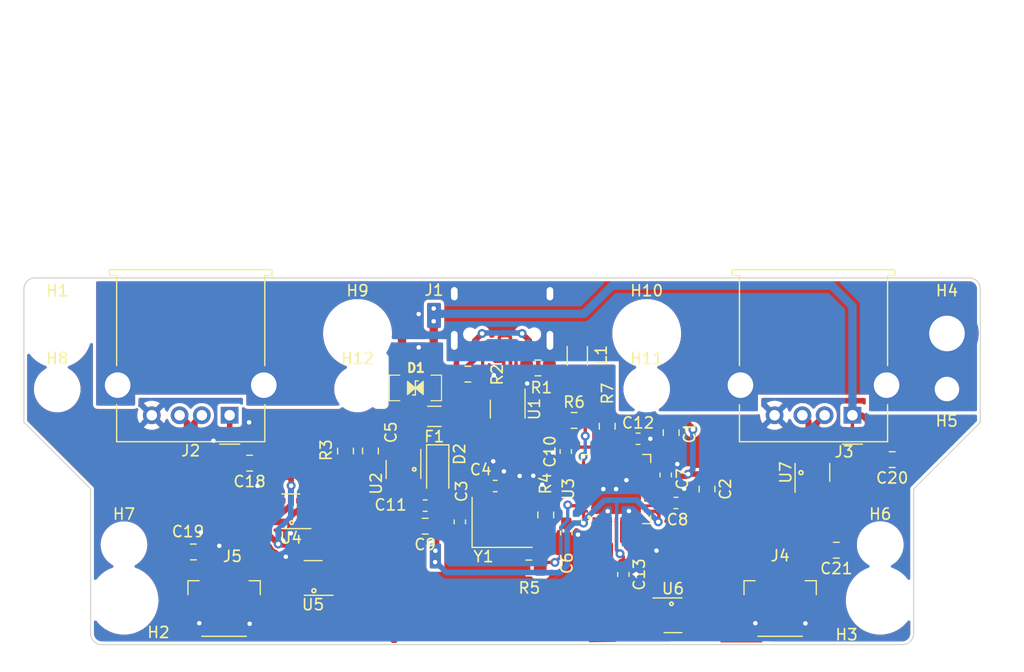
<source format=kicad_pcb>
(kicad_pcb (version 20210126) (generator pcbnew)
  (layers (0 "F.Cu" signal) (31 "B.Cu" signal) (34 "B.Paste" user) (35 "F.Paste" user) (36 "B.SilkS" user "B.Silkscreen") (37 "F.SilkS" user "F.Silkscreen") (38 "B.Mask" user) (39 "F.Mask" user) (44 "Edge.Cuts" user))
  (net 0 "")
  (net 1 "GND")
  (net 2 "+3V3")
  (net 3 "VCC")
  (net 4 "VBUS")
  (net 5 "GNDPWR")
  (net 6 "D1+")
  (net 7 "D1-")
  (net 8 "D2+")
  (net 9 "D2-")
  (net 11 "Net-(R5-Pad2)")
  (net 12 "Net-(R6-Pad2)")
  (net 13 "Net-(R7-Pad2)")
  (net 14 "Net-(C4-Pad2)")
  (net 15 "Net-(J1-PadB5)")
  (net 17 "Net-(J1-PadA5)")
  (net 27 "D4+")
  (net 28 "D4-")
  (net 29 "D3+")
  (net 30 "D3-")
  (net 35 "Net-(C3-Pad2)")
  (net 37 "DUP+")
  (net 38 "DUP-")
  (net 39 "DUPP-")
  (net 40 "DUPP+")
  (net 41 "D1P-")
  (net 42 "D1P+")
  (net 43 "D2P-")
  (net 44 "D2P+")
  (net 45 "D3P-")
  (net 46 "D3P+")
  (net 47 "D4P-")
  (net 48 "D4P+")
  (footprint "MountingHole:MountingHole_2.2mm_M2_ISO7380" (layer "F.Cu") (at -40 7)
    (fp_text reference "H8")
    (fp_text value "MountingHole")
  )
  (footprint "Diode_SMD:D_SOD-123" (layer "F.Cu") (at -5.79 14.27 -90)
    (fp_text reference "D2")
    (fp_text value "1N5819")
  )
  (footprint "Capacitor_SMD:C_0805_2012Metric_Pad1.15x1.40mm_HandSolder" (layer "F.Cu") (at -22.705 13.67 180)
    (fp_text reference "C18")
    (fp_text value "10u")
  )
  (footprint "Package_TO_SOT_SMD:SOT-23-6" (layer "F.Cu") (at -19 18 180)
    (fp_text reference "U4")
    (fp_text value "USBLC6-2SC6")
  )
  (footprint "Capacitor_SMD:C_0603_1608Metric_Pad1.05x0.95mm_HandSolder" (layer "F.Cu") (at 14.71 14.73 90)
    (fp_text reference "C7")
    (fp_text value "100nF")
  )
  (footprint "Inductor_SMD:L_1206_3216Metric" (layer "F.Cu") (at 6.76 4.01 90)
    (fp_text reference "L1")
    (fp_text value "60R@100MHz")
  )
  (footprint "Capacitor_SMD:C_0603_1608Metric_Pad1.05x0.95mm_HandSolder" (layer "F.Cu") (at -6.92 17.49 180)
    (fp_text reference "C11")
    (fp_text value "100nF")
  )
  (footprint "Connector_USB:USB_A_Molex_67643_Horizontal" (layer "F.Cu") (at -24.5 9.36 180)
    (fp_text reference "J2")
    (fp_text value "USB_A")
  )
  (footprint "MountingHole:MountingHole_2.2mm_M2_ISO7380" (layer "F.Cu") (at -13 7)
    (fp_text reference "H12")
    (fp_text value "MountingHole")
  )
  (footprint "MountingHole:MountingHole_2.2mm_M2_ISO7380" (layer "F.Cu") (at -34 21)
    (fp_text reference "H7")
    (fp_text value "MountingHole")
  )
  (footprint "Resistor_SMD:R_0805_2012Metric_Pad1.15x1.40mm_HandSolder" (layer "F.Cu") (at 6.475 9.825)
    (fp_text reference "R6")
    (fp_text value "56k")
  )
  (footprint "Package_TO_SOT_SMD:SOT-23-6" (layer "F.Cu") (at 27.9 14.5 90)
    (fp_text reference "U7")
    (fp_text value "USBLC6-2SC6")
  )
  (footprint "Package_TO_SOT_SMD:SOT-23-6" (layer "F.Cu") (at -17 24 180)
    (fp_text reference "U5")
    (fp_text value "USBLC6-2SC6")
  )
  (footprint "MountingHole:MountingHole_2.2mm_M2_ISO7380" (layer "F.Cu") (at 13 7)
    (fp_text reference "H11")
    (fp_text value "MountingHole")
  )
  (footprint "Capacitor_SMD:C_0805_2012Metric_Pad1.15x1.40mm_HandSolder" (layer "F.Cu") (at -6.92 19.34 180)
    (fp_text reference "C9")
    (fp_text value "1u")
  )
  (footprint "AcheronComponents:D_SOD-123_Bidirectional" (layer "F.Cu") (at -7.8 6.9)
    (fp_text reference "D1")
    (fp_text value "SMF9.0CA")
  )
  (footprint "Capacitor_SMD:C_0805_2012Metric_Pad1.15x1.40mm_HandSolder" (layer "F.Cu") (at -27.76 21.66 180)
    (fp_text reference "C19")
    (fp_text value "10u")
  )
  (footprint "MountingHole:MountingHole_2.2mm_M2_ISO7380" (layer "F.Cu") (at 34 21)
    (fp_text reference "H6")
    (fp_text value "MountingHole")
  )
  (footprint "MountingHole:MountingHole_3.2mm_M3_ISO7380" (layer "F.Cu") (at -13 2)
    (fp_text reference "H9")
    (fp_text value "MountingHole")
  )
  (footprint "Capacitor_SMD:C_0603_1608Metric_Pad1.05x0.95mm_HandSolder" (layer "F.Cu") (at 5.725 12.625 90)
    (fp_text reference "C10")
    (fp_text value "100nF")
  )
  (footprint "Package_DFN_QFN:QFN-36-1EP_6x6mm_P0.5mm_EP3.7x3.7mm" (layer "F.Cu") (at 10.25 16 90)
    (fp_text reference "U3")
    (fp_text value "USB2514B_Bi")
  )
  (footprint "MountingHole:MountingHole_3.2mm_M3_ISO7380" (layer "F.Cu") (at 34 26)
    (fp_text reference "H3")
    (fp_text value "MountingHole")
  )
  (footprint "Crystal:Crystal_SMD_3225-4Pin_3.2x2.5mm_HandSoldering" (layer "F.Cu") (at 0 19)
    (fp_text reference "Y1")
    (fp_text value "Crystal_GND24")
  )
  (footprint "Capacitor_SMD:C_0603_1608Metric_Pad1.05x0.95mm_HandSolder" (layer "F.Cu") (at 15.63 17.25)
    (fp_text reference "C8")
    (fp_text value "100nF")
  )
  (footprint "Capacitor_SMD:C_0603_1608Metric_Pad1.05x0.95mm_HandSolder" (layer "F.Cu") (at 10.9 23.685 -90)
    (fp_text reference "C13")
    (fp_text value "100nF")
  )
  (footprint "Capacitor_SMD:C_0603_1608Metric_Pad1.05x0.95mm_HandSolder" (layer "F.Cu") (at 5.775 19.95 -90)
    (fp_text reference "C6")
    (fp_text value "100nF")
  )
  (footprint "Fuse:Fuse_1206_3216Metric" (layer "F.Cu") (at -6.1 9.46 180)
    (fp_text reference "F1")
    (fp_text value "ASMD1206-150")
  )
  (footprint "Resistor_SMD:R_0805_2012Metric_Pad1.15x1.40mm_HandSolder" (layer "F.Cu") (at 2.4 23.1)
    (fp_text reference "R5")
    (fp_text value "12k")
  )
  (footprint "AcheronConnectors:SM04B-SRSS-TB(LF)(SN)" (layer "F.Cu") (at 25 25)
    (fp_text reference "J4")
    (fp_text value "SM04B-SRSS-TB(LF)(SN)")
  )
  (footprint "MountingHole:MountingHole_3.2mm_M3_ISO7380_Pad" (layer "F.Cu") (at 40 2)
    (fp_text reference "H4")
    (fp_text value "MountingHole_Pad")
  )
  (footprint "Package_TO_SOT_SMD:SOT-23-6" (layer "F.Cu") (at 15.3625 27.36)
    (fp_text reference "U6")
    (fp_text value "USBLC6-2SC6")
  )
  (footprint "Connector_USB:USB_A_Molex_67643_Horizontal" (layer "F.Cu") (at 31.5 9.36 180)
    (fp_text reference "J3")
    (fp_text value "USB_A")
  )
  (footprint "MountingHole:MountingHole_2.2mm_M2_ISO7380_Pad" (layer "F.Cu") (at 40 7)
    (fp_text reference "H5")
    (fp_text value "MountingHole_Pad")
  )
  (footprint "Capacitor_SMD:C_0805_2012Metric_Pad1.15x1.40mm_HandSolder" (layer "F.Cu") (at 15.2 10.925 -90)
    (fp_text reference "C1")
    (fp_text value "10u")
  )
  (footprint "Capacitor_SMD:C_0603_1608Metric_Pad1.05x0.95mm_HandSolder" (layer "F.Cu") (at 12.225 11.475)
    (fp_text reference "C12")
    (fp_text value "100nF")
  )
  (footprint "MountingHole:MountingHole_3.2mm_M3_ISO7380" (layer "F.Cu") (at -40 2)
    (fp_text reference "H1")
    (fp_text value "MountingHole")
  )
  (footprint "AcheronConnectors:TYPE-C-31-M-12" (layer "F.Cu") (at 0 4.1225 180)
    (fp_text reference "J1")
    (fp_text value "TYPE-C-31-M12_13")
  )
  (footprint "Resistor_SMD:R_0805_2012Metric_Pad1.15x1.40mm_HandSolder" (layer "F.Cu") (at -3.08 5.66 180)
    (fp_text reference "R2")
    (fp_text value "5.1k")
  )
  (footprint "Package_TO_SOT_SMD:SOT-23-5" (layer "F.Cu") (at -8.87 14.24 -90)
    (fp_text reference "U2")
    (fp_text value "AP2112K-3.3")
  )
  (footprint "Capacitor_SMD:C_0603_1608Metric_Pad1.05x0.95mm_HandSolder" (layer "F.Cu") (at -0.625 15.725)
    (fp_text reference "C4")
    (fp_text value "18pF")
  )
  (footprint "MountingHole:MountingHole_3.2mm_M3_ISO7380" (layer "F.Cu") (at 13 2)
    (fp_text reference "H10")
    (fp_text value "MountingHole")
  )
  (footprint "Capacitor_SMD:C_0603_1608Metric_Pad1.05x0.95mm_HandSolder" (layer "F.Cu") (at -3.8 18.95 -90)
    (fp_text reference "C3")
    (fp_text value "18pF")
  )
  (footprint "Capacitor_SMD:C_0805_2012Metric_Pad1.15x1.40mm_HandSolder" (layer "F.Cu") (at 35.075 13.35 180)
    (fp_text reference "C20")
    (fp_text value "10u")
  )
  (footprint "Capacitor_SMD:C_0805_2012Metric_Pad1.15x1.40mm_HandSolder" (layer "F.Cu") (at 30.05 21.5 180)
    (fp_text reference "C21")
    (fp_text value "10u")
  )
  (footprint "Resistor_SMD:R_0805_2012Metric_Pad1.15x1.40mm_HandSolder" (layer "F.Cu") (at 3.225 5.1)
    (fp_text reference "R1")
    (fp_text value "5.1k")
  )
  (footprint "Package_TO_SOT_SMD:SOT-23-6" (layer "F.Cu") (at 0.5 8.8 -90)
    (fp_text reference "U1")
    (fp_text value "USBLC6-2SC6")
  )
  (footprint "Resistor_SMD:R_0805_2012Metric_Pad1.15x1.40mm_HandSolder" (layer "F.Cu") (at -14.08 12.58 -90)
    (fp_text reference "R3")
    (fp_text value "100k")
  )
  (footprint "Capacitor_SMD:C_0805_2012Metric_Pad1.15x1.40mm_HandSolder" (layer "F.Cu") (at -11.84 12.57 -90)
    (fp_text reference "C5")
    (fp_text value "1u")
  )
  (footprint "AcheronConnectors:SM04B-SRSS-TB(LF)(SN)" (layer "F.Cu") (at -25 25)
    (fp_text reference "J5")
    (fp_text value "SM04B-SRSS-TB(LF)(SN)")
  )
  (footprint "MountingHole:MountingHole_3.2mm_M3_ISO7380" (layer "F.Cu") (at -34 26)
    (fp_text reference "H2")
    (fp_text value "MountingHole")
  )
  (footprint "Capacitor_SMD:C_0805_2012Metric_Pad1.15x1.40mm_HandSolder" (layer "F.Cu") (at 18.425 16 -90)
    (fp_text reference "C2")
    (fp_text value "10u")
  )
  (footprint "Resistor_SMD:R_0805_2012Metric_Pad1.15x1.40mm_HandSolder" (layer "F.Cu") (at 9.45 10.35 -90)
    (fp_text reference "R7")
    (fp_text value "56k")
  )
  (footprint "Resistor_SMD:R_0805_2012Metric_Pad1.15x1.40mm_HandSolder" (layer "F.Cu") (at 3.925 18.325 90)
    (fp_text reference "R4")
    (fp_text value "1M")
  )
  (gr_circle (center -18.925 19.025) (end -18.95 18.875) (layer "F.SilkS") (width 0.15) (fill none))
  (gr_circle (center 26.875 14.525) (end 26.85 14.35) (layer "F.SilkS") (width 0.15) (fill none))
  (gr_circle (center -16.925 25.15) (end -16.925 24.975) (layer "F.SilkS") (width 0.15) (fill none))
  (gr_circle (center 15.225 26.325) (end 15.2 26.175) (layer "F.SilkS") (width 0.15) (fill none))
  (gr_circle (center -7.9 14.225) (end -7.9 14.075) (layer "F.SilkS") (width 0.15) (fill none))
  (gr_circle (center 7.825 18.525) (end 7.8 18.425) (layer "F.SilkS") (width 0.15) (fill none))
  (gr_arc (start -42 -2) (end -43 -2) (angle 90) (layer "Edge.Cuts") (width 0.1))
  (gr_arc (start 42 -2) (end 43 -2) (angle -90) (layer "Edge.Cuts") (width 0.1))
  (gr_line (start 42 -3) (end -42 -3) (layer "Edge.Cuts") (width 0.1))
  (gr_line (start -37 16) (end -37 29) (layer "Edge.Cuts") (width 0.1))
  (gr_line (start -43 -2) (end -43 10) (layer "Edge.Cuts") (width 0.1))
  (gr_arc (start -36 29) (end -36 30) (angle 90) (layer "Edge.Cuts") (width 0.1))
  (gr_line (start 37 16) (end 37 29) (layer "Edge.Cuts") (width 0.1))
  (gr_line (start 43 10) (end 37 16) (layer "Edge.Cuts") (width 0.1))
  (gr_arc (start 36 29) (end 37 29) (angle 90) (layer "Edge.Cuts") (width 0.1))
  (gr_line (start 36 30) (end -36 30) (layer "Edge.Cuts") (width 0.1))
  (gr_line (start -43 10) (end -37 16) (layer "Edge.Cuts") (width 0.1))
  (gr_line (start 43 -2) (end 43 10) (layer "Edge.Cuts") (width 0.1))
  (segment (start 10.425 16) (end 11.65 17.225) (width 0.3) (layer "F.Cu") (net 1))
  (segment (start 10.25 16) (end 10.425 16) (width 0.3) (layer "F.Cu") (net 1))
  (segment (start 10.25 16) (end 10.25 15.45) (width 0.5) (layer "F.Cu") (net 1))
  (segment (start -19.07258 19.90742) (end -19 19.98) (width 0.5) (layer "F.Cu") (net 1))
  (segment (start 10.25 17.25) (end 9.5 18) (width 0.3) (layer "F.Cu") (net 1))
  (segment (start 10.25 16.827759) (end 11.402166 17.979925) (width 0.3) (layer "F.Cu") (net 1))
  (segment (start -18.525 18) (end -19.07258 18.54758) (width 0.5) (layer "F.Cu") (net 1))
  (segment (start -17.8625 18) (end -18.525 18) (width 0.5) (layer "F.Cu") (net 1))
  (segment (start 10.25 16) (end 10.25 16.827759) (width 0.3) (layer "F.Cu") (net 1))
  (segment (start 10.25 15.45) (end 10.3 15.4) (width 0.5) (layer "F.Cu") (net 1))
  (segment (start 10.25 16) (end 10.25 17.25) (width 0.3) (layer "F.Cu") (net 1))
  (segment (start -19.07258 18.54758) (end -19.07258 19.90742) (width 0.5) (layer "F.Cu") (net 1))
  (via (at 11.402166 17.979925) (size 0.8) (drill 0.4) (layers "F.Cu" "B.Cu") (net 1))
  (via (at -22.7 28.12) (size 0.8) (drill 0.4) (layers "F.Cu" "B.Cu") (net 1))
  (via (at -19.45 22.09) (size 0.8) (drill 0.4) (layers "F.Cu" "B.Cu") (net 1))
  (via (at 3.6 15.6) (size 0.8) (drill 0.4) (layers "F.Cu" "B.Cu") (net 1))
  (via (at 10.25 16) (size 0.8) (drill 0.4) (layers "F.Cu" "B.Cu") (net 1))
  (via (at 9.5 18) (size 0.8) (drill 0.4) (layers "F.Cu" "B.Cu") (net 1))
  (via (at 22.77 28.07) (size 0.8) (drill 0.4) (layers "F.Cu" "B.Cu") (net 1))
  (via (at -0.75 5.75) (size 0.8) (drill 0.4) (layers "F.Cu" "B.Cu") (net 1))
  (via (at 2.25 6.5) (size 0.8) (drill 0.4) (layers "F.Cu" "B.Cu") (net 1))
  (via (at -27.1 19.9) (size 0.8) (drill 0.4) (layers "F.Cu" "B.Cu") (net 1))
  (via (at -27.23 28.07) (size 0.8) (drill 0.4) (layers "F.Cu" "B.Cu") (net 1))
  (via (at -19 19.98) (size 0.8) (drill 0.4) (layers "F.Cu" "B.Cu") (net 1))
  (via (at 6.825 20.1) (size 0.8) (drill 0.4) (layers "F.Cu" "B.Cu") (net 1))
  (via (at 4.55 12.7) (size 0.8) (drill 0.4) (layers "F.Cu" "B.Cu") (net 1))
  (via (at 15.75 13.75) (size 0.8) (drill 0.4) (layers "F.Cu" "B.Cu") (net 1))
  (via (at 12.05 23.65) (size 0.8) (drill 0.4) (layers "F.Cu" "B.Cu") (net 1))
  (via (at -25.43 21.11) (size 0.8) (drill 0.4) (layers "F.Cu" "B.Cu") (net 1))
  (via (at 16.375 15.975) (size 0.8) (drill 0.4) (layers "F.Cu" "B.Cu") (net 1))
  (via (at 9.1 16) (size 0.8) (drill 0.4) (layers "F.Cu" "B.Cu") (net 1))
  (via (at 13.325 11.475) (size 0.8) (drill 0.4) (layers "F.Cu" "B.Cu") (net 1))
  (via (at -22.75 10) (size 0.8) (drill 0.4) (layers "F.Cu" "B.Cu") (net 1))
  (via (at -0.8 13.5) (size 0.8) (drill 0.4) (layers "F.Cu" "B.Cu") (net 1))
  (via (at -25.96 11.65) (size 0.8) (drill 0.4) (layers "F.Cu" "B.Cu") (net 1))
  (via (at 2.8 14.8) (size 0.8) (drill 0.4) (layers "F.Cu" "B.Cu") (net 1))
  (via (at 11.175 15.2) (size 0.8) (drill 0.4) (layers "F.Cu" "B.Cu") (net 1))
  (via (at 13.88 21.54) (size 0.8) (drill 0.4) (layers "F.Cu" "B.Cu") (net 1))
  (via (at 1.58 14.82) (size 0.8) (drill 0.4) (layers "F.Cu" "B.Cu") (net 1))
  (via (at 0.16 14.41) (size 0.8) (drill 0.4) (layers "F.Cu" "B.Cu") (net 1))
  (via (at -22 15.71) (size 0.8) (drill 0.4) (layers "F.Cu" "B.Cu") (net 1))
  (via (at 27.27 28.09) (size 0.8) (drill 0.4) (layers "F.Cu" "B.Cu") (net 1))
  (via (at -7.5 3.25) (size 0.8) (drill 0.4) (layers "F.Cu" "B.Cu") (net 1))
  (segment (start 10.25 18.9375) (end 10.27862 18.96612) (width 0.3) (layer "F.Cu") (net 2))
  (segment (start 14.71 17.205) (end 14.755 17.25) (width 0.5) (layer "F.Cu") (net 2))
  (segment (start 14.71 15.605) (end 14.71 17.205) (width 0.5) (layer "F.Cu") (net 2))
  (segment (start 14.1 18.89) (end 14.04 18.95) (width 0.3) (layer "F.Cu") (net 2))
  (segment (start 5.725 13.5) (end 5.725 13.35) (width 0.3) (layer "F.Cu") (net 2))
  (segment (start 13.81 18) (end 14.1 18.29) (width 0.3) (layer "F.Cu") (net 2))
  (segment (start 8.25 12.225) (end 8.25 10.925) (width 0.3) (layer "F.Cu") (net 2))
  (segment (start 7.305 19.075) (end 7.32 19.06) (width 0.3) (layer "F.Cu") (net 2))
  (segment (start 10.9 22.81) (end 10.9 22.12) (width 0.3) (layer "F.Cu") (net 2))
  (segment (start 11.35 10) (end 11.7 9.65) (width 0.5) (layer "F.Cu") (net 2))
  (segment (start 10.25 13.0625) (end 10.25 12.375) (width 0.3) (layer "F.Cu") (net 2))
  (segment (start 11.775 9.575) (end 14.7 9.575) (width 0.5) (layer "F.Cu") (net 2))
  (segment (start 5.725 13.525) (end 5.725 13.5) (width 0.3) (layer "F.Cu") (net 2))
  (segment (start 7.3125 14.5) (end 6.739818 14.5) (width 0.3) (layer "F.Cu") (net 2))
  (segment (start -6.045 17.49) (end -6.045 16.175) (width 0.5) (layer "F.Cu") (net 2))
  (segment (start 13.1875 18) (end 13.81 18) (width 0.3) (layer "F.Cu") (net 2))
  (segment (start 16.2 9.575) (end 17.05 10.425) (width 0.5) (layer "F.Cu") (net 2))
  (segment (start 6.314818 14.075) (end 6.275 14.075) (width 0.3) (layer "F.Cu") (net 2))
  (segment (start 15.465 14.85) (end 14.71 15.605) (width 0.5) (layer "F.Cu") (net 2))
  (segment (start 14.39 17.42) (end 13.81 18) (width 0.3) (layer "F.Cu") (net 2))
  (segment (start 17.15 10.525) (end 17.15 10.65) (width 0.5) (layer "F.Cu") (net 2))
  (segment (start 11.35 11.475) (end 11.35 10) (width 0.5) (layer "F.Cu") (net 2))
  (segment (start 13.1875 15.5) (end 14.605 15.5) (width 0.3) (layer "F.Cu") (net 2))
  (segment (start 18.1 14.65) (end 18.425 14.975) (width 0.5) (layer "F.Cu") (net 2))
  (segment (start 8.8 10.375) (end 10.25 10.375) (width 0.3) (layer "F.Cu") (net 2))
  (segment (start 14.605 15.5) (end 14.71 15.605) (width 0.3) (layer "F.Cu") (net 2))
  (segment (start 8.25 13.0625) (end 8.75 13.0625) (width 0.3) (layer "F.Cu") (net 2))
  (segment (start 10.25 10.375) (end 11.35 11.475) (width 0.3) (layer "F.Cu") (net 2))
  (segment (start 7.3125 19.0525) (end 7.32 19.06) (width 0.3) (layer "F.Cu") (net 2))
  (segment (start 5.62 19.075) (end 7.305 19.075) (width 0.3) (layer "F.Cu") (net 2))
  (segment (start -6.3325 15.3775) (end -5.79 15.92) (width 0.5) (layer "F.Cu") (net 2))
  (segment (start 16.725 14.65) (end 18.1 14.65) (width 0.5) (layer "F.Cu") (net 2))
  (segment (start 14.7 9.575) (end 16.2 9.575) (width 0.5) (layer "F.Cu") (net 2))
  (segment (start -7.92 15.3775) (end -6.3325 15.3775) (width 0.5) (layer "F.Cu") (net 2))
  (segment (start -6.045 16.175) (end -5.79 15.92) (width 0.5) (layer "F.Cu") (net 2))
  (segment (start 6.275 14.075) (end 5.725 13.525) (width 0.3) (layer "F.Cu") (net 2))
  (segment (start 16.525 14.85) (end 15.465 14.85) (width 0.5) (layer "F.Cu") (net 2))
  (segment (start 10.27862 18.96612) (end 10.27862 21.41862) (width 0.3) (layer "F.Cu") (net 2))
  (segment (start 8.25 13.0625) (end 8.25 12.225) (width 0.3) (layer "F.Cu") (net 2))
  (segment (start -5.895 19.34) (end -5.895 17.64) (width 0.5) (layer "F.Cu") (net 2))
  (segment (start 8.25 10.925) (end 8.8 10.375) (width 0.3) (layer "F.Cu") (net 2))
  (segment (start 17.05 10.425) (end 17.15 10.525) (width 0.5) (layer "F.Cu") (net 2))
  (segment (start 11.7 9.65) (end 11.775 9.575) (width 0.5) (layer "F.Cu") (net 2))
  (segment (start -5.895 22.73) (end -5.875 22.75) (width 0.5) (layer "F.Cu") (net 2))
  (segment (start 16.725 14.65) (end 16.525 14.85) (width 0.5) (layer "F.Cu") (net 2))
  (segment (start 5.725 13.35) (end 6.85 12.225) (width 0.3) (layer "F.Cu") (net 2))
  (segment (start -5.895 19.34) (end -5.895 22.73) (width 0.5) (layer "F.Cu") (net 2))
  (segment (start 7.3125 18) (end 7.3125 19.0525) (width 0.3) (layer "F.Cu") (net 2))
  (segment (start 11.15 11.475) (end 11.35 11.475) (width 0.3) (layer "F.Cu") (net 2))
  (segment (start -5.895 17.64) (end -6.045 17.49) (width 0.5) (layer "F.Cu") (net 2))
  (segment (start 14.1 18.29) (end 14.1 18.89) (width 0.3) (layer "F.Cu") (net 2))
  (segment (start 10.27862 21.41862) (end 10.54 21.68) (width 0.3) (layer "F.Cu") (net 2))
  (segment (start 10.25 12.375) (end 11.15 11.475) (width 0.3) (layer "F.Cu") (net 2))
  (segment (start 6.85 12.225) (end 8.25 12.225) (width 0.3) (layer "F.Cu") (net 2))
  (segment (start 10.9 22.12) (end 10.6 21.82) (width 0.3) (layer "F.Cu") (net 2))
  (segment (start 6.739818 14.5) (end 6.314818 14.075) (width 0.3) (layer "F.Cu") (net 2))
  (via (at 17.15 10.65) (size 0.8) (drill 0.4) (layers "F.Cu" "B.Cu") (net 2))
  (via (at 14.04 18.95) (size 0.8) (drill 0.4) (layers "F.Cu" "B.Cu") (net 2))
  (via (at 10.6 21.82) (size 0.8) (drill 0.4) (layers "F.Cu" "B.Cu") (net 2))
  (via (at 7.32 19.06) (size 0.8) (drill 0.4) (layers "F.Cu" "B.Cu") (net 2))
  (via (at 16.725 14.65) (size 0.8) (drill 0.4) (layers "F.Cu" "B.Cu") (net 2))
  (via (at -6 21.55) (size 0.8) (drill 0.4) (layers "F.Cu" "B.Cu") (net 2))
  (via (at -6.025 22.575) (size 0.8) (drill 0.4) (layers "F.Cu" "B.Cu") (net 2))
  (segment (start 10.3 17) (end 12.1 17) (width 0.5) (layer "B.Cu") (net 2))
  (segment (start 10.3 20.41) (end 10.29 20.42) (width 0.3) (layer "B.Cu") (net 2))
  (segment (start 7.32 18.88) (end 9.2 17) (width 0.5) (layer "B.Cu") (net 2))
  (segment (start 7.32 19.06) (end 7.32 18.88) (width 0.5) (layer "B.Cu") (net 2))
  (segment (start 10.29 21.51) (end 10.6 21.82) (width 0.3) (layer "B.Cu") (net 2))
  (segment (start 5.85 22.85) (end 5.175 23.525) (width 0.5) (layer "B.Cu") (net 2))
  (segment (start 7.32 19.06) (end 6.44 19.06) (width 0.5) (layer "B.Cu") (net 2))
  (segment (start 10.3 20.41) (end 10.3 17) (width 0.3) (layer "B.Cu") (net 2))
  (segment (start 7.32 19.06) (end 7.34 19.06) (width 0.3) (layer "B.Cu") (net 2))
  (segment (start 5.85 19.65) (end 5.85 22.85) (width 0.5) (layer "B.Cu") (net 2))
  (segment (start 12.1 17) (end 12.1 17.01) (width 0.5) (layer "B.Cu") (net 2))
  (segment (start 17.15 10.65) (end 17.15 14.225) (width 0.5) (layer "B.Cu") (net 2))
  (segment (start -5.025 23.5) (end -5.975 22.55) (width 0.5) (layer "B.Cu") (net 2))
  (segment (start 17.15 14.225) (end 16.725 14.65) (width 0.5) (layer "B.Cu") (net 2))
  (segment (start 3.775 23.525) (end 3.75 23.5) (width 0.5) (layer "B.Cu") (net 2))
  (segment (start 5.175 23.525) (end 3.775 23.525) (width 0.5) (layer "B.Cu") (net 2))
  (segment (start 12.1 17.01) (end 14.04 18.95) (width 0.5) (layer "B.Cu") (net 2))
  (segment (start 3.75 23.5) (end -5.025 23.5) (width 0.5) (layer "B.Cu") (net 2))
  (segment (start 10.29 20.42) (end 10.29 21.51) (width 0.3) (layer "B.Cu") (net 2))
  (segment (start 6.44 19.06) (end 5.85 19.65) (width 0.5) (layer "B.Cu") (net 2))
  (segment (start 9.2 17) (end 10.3 17) (width 0.5) (layer "B.Cu") (net 2))
  (segment (start -8.28 14.27) (end -7.92 13.91) (width 0.5) (layer "F.Cu") (net 3))
  (segment (start 16.5 27.36) (end 16.04 27.36) (width 0.3) (layer "F.Cu") (net 3))
  (segment (start 19.475 29.375) (end 19.75 29.65) (width 0.3) (layer "F.Cu") (net 3))
  (segment (start -20.135 20.945) (end -20.06 21.02) (width 0.5) (layer "F.Cu") (net 3))
  (segment (start -16.795 11.555) (end -14.08 11.555) (width 0.5) (layer "F.Cu") (net 3))
  (segment (start -7.5 8.25) (end -6.15 6.9) (width 0.75) (layer "F.Cu") (net 3))
  (segment (start -9.82 13.89) (end -9.44 14.27) (width 0.5) (layer "F.Cu") (net 3))
  (segment (start -11.85 11.555) (end -11.84 11.545) (width 0.5) (layer "F.Cu") (net 3))
  (segment (start -9.82 12.17) (end -10.445 11.545) (width 0.5) (layer "F.Cu") (net 3))
  (segment (start -7.5 9.46) (end -7.5 8.25) (width 0.75) (layer "F.Cu") (net 3))
  (segment (start 32.725 9.725) (end 32.36 9.36) (width 0.5) (layer "F.Cu") (net 3))
  (segment (start 36.35 17.125) (end 36.35 11.05) (width 0.5) (layer "F.Cu") (net 3))
  (segment (start 31.649979 23.225021) (end 31.649979 19.800021) (width 0.5) (layer "F.Cu") (net 3))
  (segment (start 24.75 28.175) (end 24.75 26.75) (width 0.3) (layer "F.Cu") (net 3))
  (segment (start -20.1375 18) (end -19.59 18) (width 0.5) (layer "F.Cu") (net 3))
  (segment (start 19.75 29.65) (end 23.275 29.65) (width 0.3) (layer "F.Cu") (net 3))
  (segment (start 27.9 13.975) (end 28.375 14.45) (width 0.3) (layer "F.Cu") (net 3))
  (segment (start 28.125 26.75) (end 31.649979 23.225021) (width 0.5) (layer "F.Cu") (net 3))
  (segment (start 27.9 13.3625) (end 27.9 13.975) (width 0.3) (layer "F.Cu") (net 3))
  (segment (start -26.5 24.225) (end -26.5 20.91) (width 0.5) (layer "F.Cu") (net 3))
  (segment (start -9.82 13.1025) (end -9.82 13.89) (width 0.5) (layer "F.Cu") (net 3))
  (segment (start -18.97 17.38) (end -18.97 15.7) (width 0.5) (layer "F.Cu") (net 3))
  (segment (start 16.04 27.36) (end 15.35 28.05) (width 0.3) (layer "F.Cu") (net 3))
  (segment (start -9.44 14.27) (end -8.28 14.27) (width 0.5) (layer "F.Cu") (net 3))
  (segment (start -14.08 11.555) (end -11.85 11.555) (width 0.5) (layer "F.Cu") (net 3))
  (segment (start 23.5 25.5) (end 24.75 26.75) (width 0.5) (layer "F.Cu") (net 3))
  (segment (start -6.15 0.9) (end -6.15 0.23) (width 0.75) (layer "F.Cu") (net 3))
  (segment (start 35.025 9.725) (end 33.9 9.725) (width 0.5) (layer "F.Cu") (net 3))
  (segment (start 30.925 14.45) (end 31.5 13.875) (width 0.3) (layer "F.Cu") (net 3))
  (segment (start -25.37 19.78) (end -21.3 19.78) (width 0.5) (layer "F.Cu") (net 3))
  (segment (start -17 23.38) (end -17 22.2) (width 0.3) (layer "F.Cu") (net 3))
  (segment (start -7.68 12.62) (end -7.92 12.38) (width 0.5) (layer "F.Cu") (net 3))
  (segment (start 15.7 29.375) (end 19.475 29.375) (width 0.3) (layer "F.Cu") (net 3))
  (segment (start 23.5 24.225) (end 23.5 25.5) (width 0.5) (layer "F.Cu") (net 3))
  (segment (start -18.18 21.02) (end -17 22.2) (width 0.5) (layer "F.Cu") (net 3))
  (segment (start 15.35 29.025) (end 15.7 29.375) (width 0.3) (layer "F.Cu") (net 3))
  (segment (start 35.175 18.3) (end 36.35 17.125) (width 0.5) (layer "F.Cu") (net 3))
  (segment (start -7.92 12.38) (end -7.92 9.88) (width 0.5) (layer "F.Cu") (net 3))
  (segment (start 35.025 9.725) (end 32.725 9.725) (width 0.5) (layer "F.Cu") (net 3))
  (segment (start 15.35 28.05) (end 15.35 29.025) (width 0.3) (layer "F.Cu") (net 3))
  (segment (start -7.92 9.88) (end -7.5 9.46) (width 0.5) (layer "F.Cu") (net 3))
  (segment (start -20.77 14.93) (end -18.97 14.93) (width 0.5) (layer "F.Cu") (net 3))
  (segment (start -9.82 13.1025) (end -9.82 12.17) (width 0.5) (layer "F.Cu") (net 3))
  (segment (start -6.15 6.9) (end -6.15 0.9) (width 0.75) (layer "F.Cu") (net 3))
  (segment (start -18.97 15.7) (end -18.97 14.93) (width 0.5) (layer "F.Cu") (net 3))
  (segment (start -7.92 13.91) (end -7.92 13.1025) (width 0.5) (layer "F.Cu") (net 3))
  (segment (start 33.15 18.3) (end 35.175 18.3) (width 0.5) (layer "F.Cu") (net 3))
  (segment (start -20.06 21.02) (end -18.18 21.02) (width 0.5) (layer "F.Cu") (net 3))
  (segment (start -6 7.05) (end -6.15 6.9) (width 0.75) (layer "F.Cu") (net 3))
  (segment (start 31.649979 19.800021) (end 33.15 18.3) (width 0.5) (layer "F.Cu") (net 3))
  (segment (start 23.275 29.65) (end 24.75 28.175) (width 0.3) (layer "F.Cu") (net 3))
  (segment (start -26.5 20.91) (end -25.37 19.78) (width 0.5) (layer "F.Cu") (net 3))
  (segment (start -21.3 19.78) (end -20.135 20.945) (width 0.5) (layer "F.Cu") (net 3))
  (segment (start 24.75 26.75) (end 28.125 26.75) (width 0.5) (layer "F.Cu") (net 3))
  (segment (start -18.97 14.93) (end -18.97 13.73) (width 0.5) (layer "F.Cu") (net 3))
  (segment (start -24.5 11.2) (end -20.77 14.93) (width 0.5) (layer "F.Cu") (net 3))
  (segment (start 36.35 11.05) (end 35.025 9.725) (width 0.5) (layer "F.Cu") (net 3))
  (segment (start -24.5 9.36) (end -24.5 11.2) (width 0.5) (layer "F.Cu") (net 3))
  (segment (start 32.36 9.36) (end 31.5 9.36) (width 0.5) (layer "F.Cu") (net 3))
  (segment (start -5.79 12.62) (end -7.68 12.62) (width 0.5) (layer "F.Cu") (net 3))
  (segment (start -17.62 24) (end -17 23.38) (width 0.3) (layer "F.Cu") (net 3))
  (segment (start -7.92 13.1025) (end -7.92 12.38) (width 0.5) (layer "F.Cu") (net 3))
  (segment (start -19.59 18) (end -18.97 17.38) (width 0.5) (layer "F.Cu") (net 3))
  (segment (start 28.375 14.45) (end 30.925 14.45) (width 0.3) (layer "F.Cu") (net 3))
  (segment (start -18.97 13.73) (end -16.795 11.555) (width 0.5) (layer "F.Cu") (net 3))
  (segment (start -18.1375 24) (end -17.62 24) (width 0.3) (layer "F.Cu") (net 3))
  (segment (start 31.5 13.875) (end 31.5 9.36) (width 0.3) (layer "F.Cu") (net 3))
  (segment (start -10.445 11.545) (end -11.84 11.545) (width 0.5) (layer "F.Cu") (net 3))
  (via (at -18.97 15.7) (size 0.8) (drill 0.4) (layers "F.Cu" "B.Cu") (net 3))
  (via (at -6.15 0.9) (size 0.8) (drill 0.4) (layers "F.Cu" "B.Cu") (net 3))
  (via (at -6.15 -0.25) (size 0.8) (drill 0.4) (layers "F.Cu" "B.Cu") (net 3))
  (via (at -20.135 20.945) (size 0.8) (drill 0.4) (layers "F.Cu" "B.Cu") (net 3))
  (segment (start 9.91 -2.31) (end 29.65 -2.31) (width 0.75) (layer "B.Cu") (net 3))
  (segment (start -20.135 19.645) (end -19.01 18.52) (width 0.5) (layer "B.Cu") (net 3))
  (segment (start -20.135 20.945) (end -20.135 19.645) (width 0.5) (layer "B.Cu") (net 3))
  (segment (start 31.5 -0.46) (end 31.5 9.36) (width 0.75) (layer "B.Cu") (net 3))
  (segment (start -6.15 0.23) (end 7.37 0.23) (width 0.75) (layer "B.Cu") (net 3))
  (segment (start -19.01 15.74) (end -18.97 15.7) (width 0.5) (layer "B.Cu") (net 3))
  (segment (start -19.01 18.52) (end -19.01 15.74) (width 0.5) (layer "B.Cu") (net 3))
  (segment (start 7.37 0.23) (end 9.91 -2.31) (width 0.75) (layer "B.Cu") (net 3))
  (segment (start 29.65 -2.31) (end 31.5 -0.46) (width 0.75) (layer "B.Cu") (net 3))
  (segment (start -2.45 2.65) (end -1.8 2) (width 0.5) (layer "F.Cu") (net 4))
  (segment (start -4.7 8.5) (end -4.125 7.925) (width 0.5) (layer "F.Cu") (net 4))
  (segment (start -2.75 7.2) (end -2.675 7.2) (width 0.5) (layer "F.Cu") (net 4))
  (segment (start -1.075 8.8) (end -1 8.8) (width 0.5) (layer "F.Cu") (net 4))
  (segment (start 0 8.8) (end -1 8.8) (width 0.4) (layer "F.Cu") (net 4))
  (segment (start -2.675 7.2) (end -1.775 8.1) (width 0.5) (layer "F.Cu") (net 4))
  (segment (start -2.675 7.2) (end -1.075 8.8) (width 0.5) (layer "F.Cu") (net 4))
  (segment (start -2.45 3.3975) (end -2.45 4.3) (width 0.5) (layer "F.Cu") (net 4))
  (segment (start 1.8 2) (end 2.45 2.65) (width 0.5) (layer "F.Cu") (net 4))
  (segment (start 0.5 9.3) (end 0 8.8) (width 0.4) (layer "F.Cu") (net 4))
  (segment (start -2.45 3.3975) (end -2.45 2.65) (width 0.5) (layer "F.Cu") (net 4))
  (segment (start -3.06242 4.91242) (end -3.06242 6.88758) (width 0.5) (layer "F.Cu") (net 4))
  (segment (start -3.06242 6.88758) (end -2.75 7.2) (width 0.5) (layer "F.Cu") (net 4))
  (segment (start -2.45 4.3) (end -3.06242 4.91242) (width 0.5) (layer "F.Cu") (net 4))
  (segment (start 0.5 9.9375) (end 0.5 9.3) (width 0.4) (layer "F.Cu") (net 4))
  (segment (start -4.7 9.46) (end -4.7 8.5) (width 0.5) (layer "F.Cu") (net 4))
  (segment (start -4.125 7.925) (end -3.4 7.2) (width 0.75) (layer "F.Cu") (net 4))
  (segment (start 2.45 2.65) (end 2.45 3.3975) (width 0.5) (layer "F.Cu") (net 4))
  (segment (start -3.4 7.2) (end -2.75 7.2) (width 0.75) (layer "F.Cu") (net 4))
  (via (at 1.8 2) (size 0.8) (drill 0.4) (layers "F.Cu" "B.Cu") (net 4))
  (via (at -1.8 2) (size 0.8) (drill 0.4) (layers "F.Cu" "B.Cu") (net 4))
  (segment (start -1.8 1.95) (end 1.75 1.95) (width 0.5) (layer "B.Cu") (net 4))
  (segment (start 1.75 1.95) (end 1.8 1.9) (width 0.5) (layer "B.Cu") (net 4))
  (segment (start -3.575 3.7225) (end -3.25 3.3975) (width 0.5) (layer "F.Cu") (net 5))
  (segment (start 0.5 8.4) (end 0.9 8.8) (width 0.4) (layer "F.Cu") (net 5))
  (segment (start 0.5 7.6625) (end 0.5 8.4) (width 0.4) (layer "F.Cu") (net 5))
  (segment (start -9 4.2) (end -9 2.1) (width 0.75) (layer "F.Cu") (net 5))
  (segment (start 2.2 8.8) (end 3.25 7.75) (width 0.4) (layer "F.Cu") (net 5))
  (segment (start -4.105 5.66) (end -4.105 2.8175) (width 0.5) (layer "F.Cu") (net 5))
  (segment (start -9.45 6.9) (end -9.45 4.65) (width 0.75) (layer "F.Cu") (net 5))
  (segment (start -9 2.1) (end -9.2 1.9) (width 0.75) (layer "F.Cu") (net 5))
  (segment (start -9.45 4.65) (end -9 4.2) (width 0.75) (layer "F.Cu") (net 5))
  (segment (start 3.25 7.75) (end 3.25 3.3975) (width 0.4) (layer "F.Cu") (net 5))
  (segment (start 3.25 7.75) (end 3.25 7.33) (width 0.4) (layer "F.Cu") (net 5))
  (segment (start 0.9 8.8) (end 2.2 8.8) (width 0.4) (layer "F.Cu") (net 5))
  (segment (start -4.105 2.8175) (end -4.3 2.6225) (width 0.5) (layer "F.Cu") (net 5))
  (via (at -7.5 0.25) (size 0.8) (drill 0.4) (layers "F.Cu" "B.Cu") (net 5))
  (segment (start -20.889176 18.72742) (end -20.36008 18.72742) (width 0.55) (layer "F.Cu") (net 6))
  (segment (start -29 9.36) (end -28.3512 10.0088) (width 0.55) (layer "F.Cu") (net 6))
  (segment (start -21.265396 18.3512) (end -20.889176 18.72742) (width 0.55) (layer "F.Cu") (net 6))
  (segment (start -22.445472 18.3512) (end -21.265396 18.3512) (width 0.55) (layer "F.Cu") (net 6))
  (segment (start -28.3512 10.0088) (end -28.3512 12.445472) (width 0.55) (layer "F.Cu") (net 6))
  (segment (start -28.3512 12.445472) (end -22.445472 18.3512) (width 0.55) (layer "F.Cu") (net 6))
  (segment (start -20.36008 18.72742) (end -20.1375 18.95) (width 0.55) (layer "F.Cu") (net 6))
  (segment (start -27.6488 12.154528) (end -22.154528 17.6488) (width 0.55) (layer "F.Cu") (net 7))
  (segment (start -20.889176 17.27258) (end -20.36008 17.27258) (width 0.55) (layer "F.Cu") (net 7))
  (segment (start -20.36008 17.27258) (end -20.1375 17.05) (width 0.55) (layer "F.Cu") (net 7))
  (segment (start -21.265396 17.6488) (end -20.889176 17.27258) (width 0.55) (layer "F.Cu") (net 7))
  (segment (start -22.154528 17.6488) (end -21.265396 17.6488) (width 0.55) (layer "F.Cu") (net 7))
  (segment (start -27 9.36) (end -27.6488 10.0088) (width 0.55) (layer "F.Cu") (net 7))
  (segment (start -27.6488 10.0088) (end -27.6488 12.154528) (width 0.55) (layer "F.Cu") (net 7))
  (segment (start -19.845472 24.3512) (end -19.22742 24.3512) (width 0.55) (layer "F.Cu") (net 8))
  (segment (start -18.889176 24.72742) (end -18.36008 24.72742) (width 0.55) (layer "F.Cu") (net 8))
  (segment (start -23.954528 21.9512) (end -22.245472 21.9512) (width 0.55) (layer "F.Cu") (net 8))
  (segment (start -19.22742 24.3512) (end -19.22742 24.389176) (width 0.55) (layer "F.Cu") (net 8))
  (segment (start -24.6488 22.913699) (end -24.6488 22.645472) (width 0.55) (layer "F.Cu") (net 8))
  (segment (start -24.5 23.062499) (end -24.6488 22.913699) (width 0.55) (layer "F.Cu") (net 8))
  (segment (start -18.36008 24.72742) (end -18.1375 24.95) (width 0.55) (layer "F.Cu") (net 8))
  (segment (start -24.6488 22.645472) (end -23.954528 21.9512) (width 0.55) (layer "F.Cu") (net 8))
  (segment (start -22.245472 21.9512) (end -19.845472 24.3512) (width 0.55) (layer "F.Cu") (net 8))
  (segment (start -19.22742 24.389176) (end -18.889176 24.72742) (width 0.55) (layer "F.Cu") (net 8))
  (segment (start -24.5 24.225) (end -24.5 23.062499) (width 0.55) (layer "F.Cu") (net 8))
  (segment (start -24.245472 21.2488) (end -21.954528 21.2488) (width 0.55) (layer "F.Cu") (net 9))
  (segment (start -25.5 23.062499) (end -25.3512 22.913699) (width 0.55) (layer "F.Cu") (net 9))
  (segment (start -18.889176 23.27258) (end -18.36008 23.27258) (width 0.55) (layer "F.Cu") (net 9))
  (segment (start -25.3512 22.354528) (end -24.245472 21.2488) (width 0.55) (layer "F.Cu") (net 9))
  (segment (start -19.22742 23.6488) (end -19.22742 23.610824) (width 0.55) (layer "F.Cu") (net 9))
  (segment (start -25.5 24.225) (end -25.5 23.062499) (width 0.55) (layer "F.Cu") (net 9))
  (segment (start -21.954528 21.2488) (end -19.554528 23.6488) (width 0.55) (layer "F.Cu") (net 9))
  (segment (start -19.22742 23.610824) (end -18.889176 23.27258) (width 0.55) (layer "F.Cu") (net 9))
  (segment (start -25.3512 22.913699) (end -25.3512 22.354528) (width 0.55) (layer "F.Cu") (net 9))
  (segment (start -19.554528 23.6488) (end -19.22742 23.6488) (width 0.55) (layer "F.Cu") (net 9))
  (segment (start -18.36008 23.27258) (end -18.1375 23.05) (width 0.55) (layer "F.Cu") (net 9))
  (segment (start 5.975 17.5) (end 5.9 17.425) (width 0.3) (layer "F.Cu") (net 11))
  (segment (start 4.75 22.6) (end 3.925 22.6) (width 0.3) (layer "F.Cu") (net 11))
  (segment (start 3.925 22.6) (end 3.425 23.1) (width 0.3) (layer "F.Cu") (net 11))
  (segment (start 7.3125 17.5) (end 5.975 17.5) (width 0.3) (layer "F.Cu") (net 11))
  (via (at 5.9 17.425) (size 0.8) (drill 0.4) (layers "F.Cu" "B.Cu") (net 11))
  (via (at 4.75 22.6) (size 0.8) (drill 0.4) (layers "F.Cu" "B.Cu") (net 11))
  (segment (start 5.9 18.8) (end 5.45 19.25) (width 0.3) (layer "B.Cu") (net 11))
  (segment (start 5.45 19.25) (end 5.275 19.425) (width 0.3) (layer "B.Cu") (net 11))
  (segment (start 5.275 19.425) (end 5.275 21.85) (width 0.3) (layer "B.Cu") (net 11))
  (segment (start 5.275 21.85) (end 5.275 22.075) (width 0.3) (layer "B.Cu") (net 11))
  (segment (start 5.275 22.075) (end 4.75 22.6) (width 0.3) (layer "B.Cu") (net 11))
  (segment (start 5.9 17.425) (end 5.9 18.8) (width 0.3) (layer "B.Cu") (net 11))
  (segment (start 7.475 11.225) (end 7.475 9.85) (width 0.3) (layer "F.Cu") (net 12))
  (segment (start 7.475 9.85) (end 7.5 9.825) (width 0.3) (layer "F.Cu") (net 12))
  (segment (start 7.3125 14) (end 7.3125 13.1125) (width 0.3) (layer "F.Cu") (net 12))
  (segment (start 7.3125 13.1125) (end 7.275 13.075) (width 0.3) (layer "F.Cu") (net 12))
  (via (at 7.475 11.225) (size 0.8) (drill 0.4) (layers "F.Cu" "B.Cu") (net 12))
  (via (at 7.275 13.075) (size 0.8) (drill 0.4) (layers "F.Cu" "B.Cu") (net 12))
  (segment (start 7.275 13.075) (end 7.475 12.875) (width 0.3) (layer "B.Cu") (net 12))
  (segment (start 7.475 12.875) (end 7.475 11.225) (width 0.3) (layer "B.Cu") (net 12))
  (segment (start 9.25 13.0625) (end 9.25 11.575) (width 0.3) (layer "F.Cu") (net 13))
  (segment (start 9.25 11.575) (end 9.45 11.375) (width 0.3) (layer "F.Cu") (net 13))
  (segment (start 0.25 15.725) (end 0.25 16.65) (width 0.3) (layer "F.Cu") (net 14))
  (segment (start 1.45 17.85) (end 3.375 17.85) (width 0.3) (layer "F.Cu") (net 14))
  (segment (start 3.925 17.3) (end 4.15 17.3) (width 0.3) (layer "F.Cu") (net 14))
  (segment (start 6.3 16.2) (end 6.5 16) (width 0.3) (layer "F.Cu") (net 14))
  (segment (start 5.25 16.2) (end 6.3 16.2) (width 0.3) (layer "F.Cu") (net 14))
  (segment (start 0.25 16.65) (end 1.45 17.85) (width 0.3) (layer "F.Cu") (net 14))
  (segment (start 3.375 17.85) (end 3.925 17.3) (width 0.3) (layer "F.Cu") (net 14))
  (segment (start 6.5 16) (end 7.3125 16) (width 0.3) (layer "F.Cu") (net 14))
  (segment (start 4.15 17.3) (end 5.25 16.2) (width 0.3) (layer "F.Cu") (net 14))
  (segment (start -1.75 5.355) (end -2.055 5.66) (width 0.3) (layer "F.Cu") (net 15))
  (segment (start -1.75 3.3975) (end -1.75 5.355) (width 0.3) (layer "F.Cu") (net 15))
  (segment (start 1.5 5.1) (end 2.2 5.1) (width 0.3) (layer "F.Cu") (net 17))
  (segment (start 1.25 4.85) (end 1.5 5.1) (width 0.3) (layer "F.Cu") (net 17))
  (segment (start 1.25 3.3975) (end 1.25 4.85) (width 0.3) (layer "F.Cu") (net 17))
  (segment (start 27.5488 9.9088) (end 27 9.36) (width 0.55) (layer "F.Cu") (net 27))
  (segment (start 27.5488 12.27258) (end 27.5488 9.9088) (width 0.55) (layer "F.Cu") (net 27))
  (segment (start 26.95 13.3625) (end 27.17258 13.13992) (width 0.55) (layer "F.Cu") (net 27))
  (segment (start 27.17258 12.610824) (end 27.510824 12.27258) (width 0.55) (layer "F.Cu") (net 27))
  (segment (start 27.17258 13.13992) (end 27.17258 12.610824) (width 0.55) (layer "F.Cu") (net 27))
  (segment (start 27.510824 12.27258) (end 27.5488 12.27258) (width 0.55) (layer "F.Cu") (net 27))
  (segment (start 28.62742 13.13992) (end 28.62742 12.610824) (width 0.55) (layer "F.Cu") (net 28))
  (segment (start 28.85 13.3625) (end 28.62742 13.13992) (width 0.55) (layer "F.Cu") (net 28))
  (segment (start 28.2512 12.27258) (end 28.2512 10.1088) (width 0.55) (layer "F.Cu") (net 28))
  (segment (start 28.289176 12.27258) (end 28.2512 12.27258) (width 0.55) (layer "F.Cu") (net 28))
  (segment (start 28.62742 12.610824) (end 28.289176 12.27258) (width 0.55) (layer "F.Cu") (net 28))
  (segment (start 28.2512 10.1088) (end 29 9.36) (width 0.55) (layer "F.Cu") (net 28))
  (segment (start 17.58992 27.0088) (end 18.424528 27.0088) (width 0.55) (layer "F.Cu") (net 29))
  (segment (start 17.58992 26.970824) (end 17.251676 26.63258) (width 0.55) (layer "F.Cu") (net 29))
  (segment (start 25.5 24.225) (end 25.5 23.75) (width 0.55) (layer "F.Cu") (net 29))
  (segment (start 16.72258 26.63258) (end 16.5 26.41) (width 0.55) (layer "F.Cu") (net 29))
  (segment (start 25.3512 23.6012) (end 25.3512 22.744528) (width 0.55) (layer "F.Cu") (net 29))
  (segment (start 17.58992 27.0088) (end 17.58992 26.970824) (width 0.55) (layer "F.Cu") (net 29))
  (segment (start 24.335472 21.7288) (end 19.864528 21.7288) (width 0.55) (layer "F.Cu") (net 29))
  (segment (start 25.5 23.75) (end 25.3512 23.6012) (width 0.55) (layer "F.Cu") (net 29))
  (segment (start 17.251676 26.63258) (end 16.72258 26.63258) (width 0.55) (layer "F.Cu") (net 29))
  (segment (start 19.0888 26.344528) (end 18.424528 27.0088) (width 0.55) (layer "F.Cu") (net 29))
  (segment (start 25.3512 22.744528) (end 24.335472 21.7288) (width 0.55) (layer "F.Cu") (net 29))
  (segment (start 19.0888 22.504528) (end 19.0888 26.344528) (width 0.55) (layer "F.Cu") (net 29))
  (segment (start 19.864528 21.7288) (end 19.0888 22.504528) (width 0.55) (layer "F.Cu") (net 29))
  (segment (start 16.72258 28.08742) (end 17.251676 28.08742) (width 0.55) (layer "F.Cu") (net 30))
  (segment (start 20.6 24.8) (end 20.4 24.6) (width 0.55) (layer "F.Cu") (net 30))
  (segment (start 18.715472 27.7112) (end 19.7912 26.635472) (width 0.55) (layer "F.Cu") (net 30))
  (segment (start 20.4 25.6) (end 20.6 25.4) (width 0.55) (layer "F.Cu") (net 30))
  (segment (start 19.7912 24.3912) (end 19.7912 22.795472) (width 0.55) (layer "F.Cu") (net 30))
  (segment (start 16.5 28.31) (end 16.72258 28.08742) (width 0.55) (layer "F.Cu") (net 30))
  (segment (start 19.76622 22.820452) (end 19.7912 22.795472) (width 0.5) (layer "F.Cu") (net 30))
  (segment (start 19.7912 26.635472) (end 19.7912 25.8088) (width 0.55) (layer "F.Cu") (net 30))
  (segment (start 20 25.6) (end 20.4 25.6) (width 0.55) (layer "F.Cu") (net 30))
  (segment (start 19.7912 22.795472) (end 20.155472 22.4312) (width 0.55) (layer "F.Cu") (net 30))
  (segment (start 20.155472 22.4312) (end 24.044528 22.4312) (width 0.55) (layer "F.Cu") (net 30))
  (segment (start 17.251676 28.08742) (end 17.58992 27.749176) (width 0.55) (layer "F.Cu") (net 30))
  (segment (start 19.7912 25.8088) (end 20 25.6) (width 0.55) (layer "F.Cu") (net 30))
  (segment (start 24.5 23.75) (end 24.5 24.225) (width 0.55) (layer "F.Cu") (net 30))
  (segment (start 24.6488 23.6012) (end 24.5 23.75) (width 0.55) (layer "F.Cu") (net 30))
  (segment (start 24.044528 22.4312) (end 24.6488 23.035472) (width 0.55) (layer "F.Cu") (net 30))
  (segment (start 20 24.6) (end 20.4 24.6) (width 0.55) (layer "F.Cu") (net 30))
  (segment (start 20.6 25.4) (end 20.6 24.8) (width 0.55) (layer "F.Cu") (net 30))
  (segment (start 20 24.6) (end 19.7912 24.3912) (width 0.55) (layer "F.Cu") (net 30))
  (segment (start 24.6488 23.035472) (end 24.6488 23.6012) (width 0.55) (layer "F.Cu") (net 30))
  (segment (start 17.58992 27.7112) (end 18.715472 27.7112) (width 0.55) (layer "F.Cu") (net 30))
  (segment (start 17.58992 27.749176) (end 17.58992 27.7112) (width 0.55) (layer "F.Cu") (net 30))
  (segment (start 5.05 18.225) (end 5.05 17.125) (width 0.3) (layer "F.Cu") (net 35))
  (segment (start 7.3125 16.5) (end 6.883926 16.5) (width 0.3) (layer "F.Cu") (net 35))
  (segment (start -1.45 21.35) (end -1.45 20.15) (width 0.3) (layer "F.Cu") (net 35))
  (segment (start -1.775 19.825) (end -1.45 20.15) (width 0.3) (layer "F.Cu") (net 35))
  (segment (start 5.52258 16.65242) (end 6.52258 16.65242) (width 0.3) (layer "F.Cu") (net 35))
  (segment (start -3.8 19.825) (end -1.775 19.825) (width 0.3) (layer "F.Cu") (net 35))
  (segment (start 3.925 19.35) (end 5.05 18.225) (width 0.3) (layer "F.Cu") (net 35))
  (segment (start 3.925 20.725) (end 2.95 21.7) (width 0.3) (layer "F.Cu") (net 35))
  (segment (start 6.675 16.5) (end 7.3125 16.5) (width 0.3) (layer "F.Cu") (net 35))
  (segment (start 5.05 17.125) (end 5.52258 16.65242) (width 0.3) (layer "F.Cu") (net 35))
  (segment (start 2.95 21.7) (end -1.1 21.7) (width 0.3) (layer "F.Cu") (net 35))
  (segment (start -1.1 21.7) (end -1.45 21.35) (width 0.3) (layer "F.Cu") (net 35))
  (segment (start 6.52258 16.65242) (end 6.675 16.5) (width 0.3) (layer "F.Cu") (net 35))
  (segment (start 3.925 19.35) (end 3.925 20.725) (width 0.3) (layer "F.Cu") (net 35))
  (segment (start 0.110824 6.57258) (end 0.1488 6.57258) (width 0.55) (layer "F.Cu") (net 37))
  (segment (start 0.09 4.51) (end -0.63 4.51) (width 0.3) (layer "F.Cu") (net 37))
  (segment (start 0.1488 5.2612) (end 0.1488 4.5688) (width 0.3) (layer "F.Cu") (net 37))
  (segment (start 0.1488 6.57258) (end 0.1488 5.2612) (width 0.55) (layer "F.Cu") (net 37))
  (segment (start 0.1488 4.5688) (end 0.09 4.51) (width 0.3) (layer "F.Cu") (net 37))
  (segment (start -0.63 4.51) (end -0.75 4.39) (width 0.3) (layer "F.Cu") (net 37))
  (segment (start -0.22742 6.910824) (end 0.110824 6.57258) (width 0.55) (layer "F.Cu") (net 37))
  (segment (start 0.1488 5.2612) (end 0.15 5.26) (width 0.55) (layer "F.Cu") (net 37))
  (segment (start 0.254 3.3975) (end 0.254 4.346) (width 0.3) (layer "F.Cu") (net 37))
  (segment (start -0.75 3.3975) (end -0.75 4.39) (width 0.3) (layer "F.Cu") (net 37))
  (segment (start -0.45 7.6625) (end -0.22742 7.43992) (width 0.55) (layer "F.Cu") (net 37))
  (segment (start 0.254 4.346) (end 0.09 4.51) (width 0.3) (layer "F.Cu") (net 37))
  (segment (start -0.22742 7.43992) (end -0.22742 6.910824) (width 0.55) (layer "F.Cu") (net 37))
  (segment (start 0.75 5.177581) (end 0.75 3.3975) (width 0.3) (layer "F.Cu") (net 38))
  (segment (start 0.6 2.2) (end 0.75 2.35) (width 0.3) (layer "F.Cu") (net 38))
  (segment (start 0.889176 6.57258) (end 0.8512 6.57258) (width 0.55) (layer "F.Cu") (net 38))
  (segment (start -0.25 3.3975) (end -0.25 2.35) (width 0.3) (layer "F.Cu") (net 38))
  (segment (start 1.22742 6.910824) (end 0.889176 6.57258) (width 0.55) (layer "F.Cu") (net 38))
  (segment (start 1.22742 7.43992) (end 1.22742 6.910824) (width 0.55) (layer "F.Cu") (net 38))
  (segment (start -0.25 2.35) (end -0.1 2.2) (width 0.3) (layer "F.Cu") (net 38))
  (segment (start 0.852419 6.571361) (end 0.852419 5.28) (width 0.55) (layer "F.Cu") (net 38))
  (segment (start 0.852419 5.28) (end 0.75 5.177581) (width 0.3) (layer "F.Cu") (net 38))
  (segment (start -0.1 2.2) (end 0.6 2.2) (width 0.3) (layer "F.Cu") (net 38))
  (segment (start 0.8512 6.57258) (end 0.852419 6.571361) (width 0.55) (layer "F.Cu") (net 38))
  (segment (start 0.75 2.35) (end 0.75 3.3975) (width 0.3) (layer "F.Cu") (net 38))
  (segment (start 1.45 7.6625) (end 1.22742 7.43992) (width 0.55) (layer "F.Cu") (net 38))
  (segment (start 0.75 5.177581) (end 0.75 4.49) (width 0.3) (layer "F.Cu") (net 38))
  (segment (start 0.75 2.35) (end 0.75 2.59) (width 0.3) (layer "F.Cu") (net 38))
  (segment (start 1.45 9.9375) (end 1.22742 10.16008) (width 0.55) (layer "F.Cu") (net 39))
  (segment (start 2 13) (end 2 12.6) (width 0.55) (layer "F.Cu") (net 39))
  (segment (start 2.8 13.1) (end 2.8488 13.1488) (width 0.55) (layer "F.Cu") (net 39))
  (segment (start 5.194782 14.79811) (end 6.11998 14.79811) (width 0.55) (layer "F.Cu") (net 39))
  (segment (start 0.8512 12.844528) (end 1.155472 13.1488) (width 0.55) (layer "F.Cu") (net 39))
  (segment (start 1.8512 13.1488) (end 2 13) (width 0.55) (layer "F.Cu") (net 39))
  (segment (start 1.22742 10.16008) (end 1.22742 10.689176) (width 0.55) (layer "F.Cu") (net 39))
  (segment (start 6.39811 14.79811) (end 6.6 15) (width 0.3) (layer "F.Cu") (net 39))
  (segment (start 2.8488 13.1488) (end 3.545472 13.1488) (width 0.55) (layer "F.Cu") (net 39))
  (segment (start 1.22742 10.689176) (end 0.8512 11.065396) (width 0.55) (layer "F.Cu") (net 39))
  (segment (start 2 12.6) (end 2.2 12.4) (width 0.55) (layer "F.Cu") (net 39))
  (segment (start 2.2 12.4) (end 2.6 12.4) (width 0.55) (layer "F.Cu") (net 39))
  (segment (start 0.8512 11.065396) (end 0.8512 12.844528) (width 0.55) (layer "F.Cu") (net 39))
  (segment (start 6.6 15) (end 7.3125 15) (width 0.3) (layer "F.Cu") (net 39))
  (segment (start 3.545472 13.1488) (end 5.194782 14.79811) (width 0.55) (layer "F.Cu") (net 39))
  (segment (start 2.8 12.6) (end 2.8 13.1) (width 0.55) (layer "F.Cu") (net 39))
  (segment (start 2.6 12.4) (end 2.8 12.6) (width 0.55) (layer "F.Cu") (net 39))
  (segment (start 1.155472 13.1488) (end 1.8512 13.1488) (width 0.55) (layer "F.Cu") (net 39))
  (segment (start 6.11998 14.79811) (end 6.39811 14.79811) (width 0.3) (layer "F.Cu") (net 39))
  (segment (start 0.1488 13.135472) (end 0.864528 13.8512) (width 0.55) (layer "F.Cu") (net 40))
  (segment (start -0.45 9.9375) (end -0.22742 10.16008) (width 0.55) (layer "F.Cu") (net 40))
  (segment (start -0.22742 10.16008) (end -0.22742 10.689176) (width 0.55) (layer "F.Cu") (net 40))
  (segment (start 6.11998 15.50051) (end 6.12049 15.5) (width 0.3) (layer "F.Cu") (net 40))
  (segment (start 0.864528 13.8512) (end 3.254528 13.8512) (width 0.55) (layer "F.Cu") (net 40))
  (segment (start 6.12049 15.5) (end 7.3125 15.5) (width 0.3) (layer "F.Cu") (net 40))
  (segment (start 3.254528 13.8512) (end 4.903838 15.50051) (width 0.55) (layer "F.Cu") (net 40))
  (segment (start -0.22742 10.689176) (end 0.1488 11.065396) (width 0.55) (layer "F.Cu") (net 40))
  (segment (start 0.1488 11.065396) (end 0.1488 13.135472) (width 0.55) (layer "F.Cu") (net 40))
  (segment (start 4.903838 15.50051) (end 6.11998 15.50051) (width 0.55) (layer "F.Cu") (net 40))
  (segment (start -1.89 25.01) (end -2.1 24.8) (width 0.55) (layer "F.Cu") (net 41))
  (segment (start 7.3488 21) (end 7.47378 20.87502) (width 0.3) (layer "F.Cu") (net 41))
  (segment (start -2.87 25.53) (end -3.41 25.53) (width 0.55) (layer "F.Cu") (net 41))
  (segment (start 7.3488 21) (end 7.3488 24.154528) (width 0.55) (layer "F.Cu") (net 41))
  (segment (start -2.64 25.04) (end -2.64 25.3) (width 0.55) (layer "F.Cu") (net 41))
  (segment (start -4.2 24.8) (end -4.39 24.99) (width 0.55) (layer "F.Cu") (net 41))
  (segment (start -14.654528 17.6488) (end -6.754528 25.5488) (width 0.55) (layer "F.Cu") (net 41))
  (segment (start -2.64 25.3) (end -2.87 25.53) (width 0.55) (layer "F.Cu") (net 41))
  (segment (start -4.39 24.99) (end -4.39 25.3) (width 0.55) (layer "F.Cu") (net 41))
  (segment (start 7.812025 20.42258) (end 7.92622 20.42258) (width 0.3) (layer "F.Cu") (net 41))
  (segment (start -17.8625 17.05) (end -17.63992 17.27258) (width 0.55) (layer "F.Cu") (net 41))
  (segment (start 5.954528 25.5488) (end -1.6412 25.5488) (width 0.55) (layer "F.Cu") (net 41))
  (segment (start -1.89 25.3) (end -1.89 25.01) (width 0.55) (layer "F.Cu") (net 41))
  (segment (start -3.9 24.8) (end -4.2 24.8) (width 0.55) (layer "F.Cu") (net 41))
  (segment (start 7.92622 20.42258) (end 8.273799 20.075001) (width 0.3) (layer "F.Cu") (net 41))
  (segment (start 8.273799 18.961299) (end 8.25 18.9375) (width 0.3) (layer "F.Cu") (net 41))
  (segment (start 8.273799 20.075001) (end 8.273799 18.961299) (width 0.3) (layer "F.Cu") (net 41))
  (segment (start -17.110824 17.27258) (end -16.734604 17.6488) (width 0.55) (layer "F.Cu") (net 41))
  (segment (start 7.3488 24.154528) (end 5.954528 25.5488) (width 0.55) (layer "F.Cu") (net 41))
  (segment (start -2.1 24.8) (end -2.4 24.8) (width 0.55) (layer "F.Cu") (net 41))
  (segment (start 7.47378 20.760825) (end 7.812025 20.42258) (width 0.3) (layer "F.Cu") (net 41))
  (segment (start -17.63992 17.27258) (end -17.110824 17.27258) (width 0.55) (layer "F.Cu") (net 41))
  (segment (start -3.64 25.06) (end -3.9 24.8) (width 0.55) (layer "F.Cu") (net 41))
  (segment (start -3.41 25.53) (end -3.64 25.3) (width 0.55) (layer "F.Cu") (net 41))
  (segment (start -4.6388 25.5488) (end -4.39 25.3) (width 0.55) (layer "F.Cu") (net 41))
  (segment (start -1.6412 25.5488) (end -1.89 25.3) (width 0.55) (layer "F.Cu") (net 41))
  (segment (start -2.4 24.8) (end -2.64 25.04) (width 0.55) (layer "F.Cu") (net 41))
  (segment (start -6.754528 25.5488) (end -4.6388 25.5488) (width 0.55) (layer "F.Cu") (net 41))
  (segment (start -16.734604 17.6488) (end -14.654528 17.6488) (width 0.55) (layer "F.Cu") (net 41))
  (segment (start 7.47378 20.87502) (end 7.47378 20.760825) (width 0.3) (layer "F.Cu") (net 41))
  (segment (start -3.64 25.3) (end -3.64 25.06) (width 0.55) (layer "F.Cu") (net 41))
  (segment (start -7.045472 26.2512) (end 6.245472 26.2512) (width 0.55) (layer "F.Cu") (net 42))
  (segment (start -17.110824 18.72742) (end -16.734604 18.3512) (width 0.55) (layer "F.Cu") (net 42))
  (segment (start -17.63992 18.72742) (end -17.110824 18.72742) (width 0.55) (layer "F.Cu") (net 42))
  (segment (start 8.0512 21) (end 8.726201 20.324999) (width 0.3) (layer "F.Cu") (net 42))
  (segment (start 6.245472 26.2512) (end 8.0512 24.445472) (width 0.55) (layer "F.Cu") (net 42))
  (segment (start 8.726201 18.961299) (end 8.75 18.9375) (width 0.3) (layer "F.Cu") (net 42))
  (segment (start -14.945472 18.3512) (end -7.045472 26.2512) (width 0.55) (layer "F.Cu") (net 42))
  (segment (start -17.8625 18.95) (end -17.63992 18.72742) (width 0.55) (layer "F.Cu") (net 42))
  (segment (start 8.726201 20.324999) (end 8.726201 18.961299) (width 0.3) (layer "F.Cu") (net 42))
  (segment (start -16.734604 18.3512) (end -14.945472 18.3512) (width 0.55) (layer "F.Cu") (net 42))
  (segment (start 8.0512 24.445472) (end 8.0512 21) (width 0.55) (layer "F.Cu") (net 42))
  (segment (start 9.273799 18.961299) (end 9.25 18.9375) (width 0.3) (layer "F.Cu") (net 43))
  (segment (start -15.63992 23.27258) (end -15.110824 23.27258) (width 0.55) (layer "F.Cu") (net 43))
  (segment (start 9.12378 20.88502) (end 9.12378 20.770825) (width 0.3) (layer "F.Cu") (net 43))
  (segment (start 9.12378 20.770825) (end 9.273799 20.620806) (width 0.3) (layer "F.Cu") (net 43))
  (segment (start 9.273799 20.620806) (end 9.273799 18.961299) (width 0.3) (layer "F.Cu") (net 43))
  (segment (start -15.8625 23.05) (end -15.63992 23.27258) (width 0.55) (layer "F.Cu") (net 43))
  (segment (start -15.110824 23.27258) (end -14.734604 23.6488) (width 0.55) (layer "F.Cu") (net 43))
  (segment (start -8.854528 28.6488) (end 7.22388 28.6488) (width 0.55) (layer "F.Cu") (net 43))
  (segment (start 8.9988 21.01) (end 9.12378 20.88502) (width 0.3) (layer "F.Cu") (net 43))
  (segment (start 8.9988 26.87388) (end 8.9988 21.01) (width 0.55) (layer "F.Cu") (net 43))
  (segment (start 7.22388 28.6488) (end 8.9988 26.87388) (width 0.55) (layer "F.Cu") (net 43))
  (segment (start -14.734604 23.6488) (end -13.854528 23.6488) (width 0.55) (layer "F.Cu") (net 43))
  (segment (start -13.854528 23.6488) (end -8.854528 28.6488) (width 0.55) (layer "F.Cu") (net 43))
  (segment (start -14.145472 24.3512) (end -9.145472 29.3512) (width 0.55) (layer "F.Cu") (net 44))
  (segment (start -15.8625 24.95) (end -15.63992 24.72742) (width 0.55) (layer "F.Cu") (net 44))
  (segment (start -15.110824 24.72742) (end -14.734604 24.3512) (width 0.55) (layer "F.Cu") (net 44))
  (segment (start -9.145472 29.3512) (end 7.514824 29.3512) (width 0.55) (layer "F.Cu") (net 44))
  (segment (start 7.514824 29.3512) (end 9.7012 27.164824) (width 0.55) (layer "F.Cu") (net 44))
  (segment (start 9.7012 27.164824) (end 9.7012 21.01) (width 0.55) (layer "F.Cu") (net 44))
  (segment (start 9.726201 20.984999) (end 9.726201 18.961299) (width 0.3) (layer "F.Cu") (net 44))
  (segment (start 9.7012 21.01) (end 9.726201 20.984999) (width 0.3) (layer "F.Cu") (net 44))
  (segment (start 9.726201 18.961299) (end 9.75 18.9375) (width 0.3) (layer "F.Cu") (net 44))
  (segment (start -15.63992 24.72742) (end -15.110824 24.72742) (width 0.55) (layer "F.Cu") (net 44))
  (segment (start -14.734604 24.3512) (end -14.145472 24.3512) (width 0.55) (layer "F.Cu") (net 44))
  (segment (start 13.13508 27.749176) (end 13.13508 27.22008) (width 0.55) (layer "F.Cu") (net 45))
  (segment (start 12.0688 25.264528) (end 13.1488 24.184528) (width 0.55) (layer "F.Cu") (net 45))
  (segment (start 14.00242 28.08742) (end 13.473324 28.08742) (width 0.55) (layer "F.Cu") (net 45))
  (segment (start 12.0688 26.1538) (end 12.0688 25.264528) (width 0.55) (layer "F.Cu") (net 45))
  (segment (start 13.1488 23.095472) (end 11.201664 21.148336) (width 0.55) (layer "F.Cu") (net 45))
  (segment (start 13.473324 28.08742) (end 13.13508 27.749176) (width 0.55) (layer "F.Cu") (net 45))
  (segment (start 10.75 20.696672) (end 11.201664 21.148336) (width 0.3) (layer "F.Cu") (net 45))
  (segment (start 14.225 28.31) (end 14.00242 28.08742) (width 0.55) (layer "F.Cu") (net 45))
  (segment (start 13.1488 24.184528) (end 13.1488 23.095472) (width 0.55) (layer "F.Cu") (net 45))
  (segment (start 10.75 18.9375) (end 10.75 20.696672) (width 0.3) (layer "F.Cu") (net 45))
  (segment (start 13.13508 27.22008) (end 12.0688 26.1538) (width 0.55) (layer "F.Cu") (net 45))
  (segment (start 13.318344 26.41) (end 12.7712 25.862856) (width 0.55) (layer "F.Cu") (net 46))
  (segment (start 13.8512 22.804528) (end 11.698336 20.651664) (width 0.55) (layer "F.Cu") (net 46))
  (segment (start 14.225 26.41) (end 13.318344 26.41) (width 0.55) (layer "F.Cu") (net 46))
  (segment (start 12.7712 25.862856) (end 12.7712 25.555472) (width 0.55) (layer "F.Cu") (net 46))
  (segment (start 13.8512 24.475472) (end 13.8512 22.804528) (width 0.55) (layer "F.Cu") (net 46))
  (segment (start 12.7712 25.555472) (end 13.8512 24.475472) (width 0.55) (layer "F.Cu") (net 46))
  (segment (start 11.25 18.9375) (end 11.25 20.203328) (width 0.3) (layer "F.Cu") (net 46))
  (segment (start 11.25 20.203328) (end 11.698336 20.651664) (width 0.3) (layer "F.Cu") (net 46))
  (segment (start 11.773799 19.873799) (end 12.512403 20.612403) (width 0.3) (layer "F.Cu") (net 47))
  (segment (start 14.834269 20.612403) (end 12.677597 20.612403) (width 0.55) (layer "F.Cu") (net 47))
  (segment (start 12.512403 20.612403) (end 12.677597 20.612403) (width 0.3) (layer "F.Cu") (net 47))
  (segment (start 11.75 18.9375) (end 11.773799 18.961299) (width 0.3) (layer "F.Cu") (net 47))
  (segment (start 28.289176 16.72742) (end 28.2512 16.72742) (width 0.55) (layer "F.Cu") (net 47))
  (segment (start 28.62742 15.86008) (end 28.62742 16.389176) (width 0.55) (layer "F.Cu") (net 47))
  (segment (start 11.773799 18.961299) (end 11.773799 19.873799) (width 0.3) (layer "F.Cu") (net 47))
  (segment (start 12.677597 20.612403) (end 12.67 20.62) (width 0.55) (layer "F.Cu") (net 47))
  (segment (start 28.62742 16.389176) (end 28.289176 16.72742) (width 0.55) (layer "F.Cu") (net 47))
  (segment (start 28.2512 16.72742) (end 28.2512 17.495472) (width 0.55) (layer "F.Cu") (net 47))
  (segment (start 26.645472 19.1012) (end 16.345472 19.1012) (width 0.55) (layer "F.Cu") (net 47))
  (segment (start 28.85 15.6375) (end 28.62742 15.86008) (width 0.55) (layer "F.Cu") (net 47))
  (segment (start 28.2512 17.495472) (end 26.645472 19.1012) (width 0.55) (layer "F.Cu") (net 47))
  (segment (start 16.345472 19.1012) (end 14.834269 20.612403) (width 0.55) (layer "F.Cu") (net 47))
  (segment (start 21.39 18.22) (end 21.5688 18.3988) (width 0.55) (layer "F.Cu") (net 48))
  (segment (start 21.15 17.35) (end 21.39 17.59) (width 0.55) (layer "F.Cu") (net 48))
  (segment (start 12.25 18.9375) (end 12.226201 18.961299) (width 0.3) (layer "F.Cu") (net 48))
  (segment (start 27.17258 15.86008) (end 26.95 15.6375) (width 0.55) (layer "F.Cu") (net 48))
  (segment (start 12.510003 19.910003) (end 12.710003 19.910003) (width 0.3) (layer "F.Cu") (net 48))
  (segment (start 20.51 17.58) (end 20.74 17.35) (width 0.55) (layer "F.Cu") (net 48))
  (segment (start 27.17258 16.389176) (end 27.17258 15.86008) (width 0.55) (layer "F.Cu") (net 48))
  (segment (start 12.710003 19.910003) (end 12.7 19.9) (width 0.55) (layer "F.Cu") (net 48))
  (segment (start 21.39 17.59) (end 21.39 18.22) (width 0.55) (layer "F.Cu") (net 48))
  (segment (start 26.354528 18.3988) (end 27.5488 17.204528) (width 0.55) (layer "F.Cu") (net 48))
  (segment (start 27.510824 16.72742) (end 27.17258 16.389176) (width 0.55) (layer "F.Cu") (net 48))
  (segment (start 14.543325 19.910003) (end 16.054528 18.3988) (width 0.55) (layer "F.Cu") (net 48))
  (segment (start 27.5488 16.72742) (end 27.510824 16.72742) (width 0.55) (layer "F.Cu") (net 48))
  (segment (start 20.51 18.16) (end 20.51 17.58) (width 0.55) (layer "F.Cu") (net 48))
  (segment (start 12.226201 18.961299) (end 12.226201 19.626201) (width 0.3) (layer "F.Cu") (net 48))
  (segment (start 21.7188 18.3988) (end 21.7988 18.3988) (width 0.55) (layer "F.Cu") (net 48))
  (segment (start 27.5488 17.204528) (end 27.5488 16.72742) (width 0.55) (layer "F.Cu") (net 48))
  (segment (start 20.74 17.35) (end 21.15 17.35) (width 0.55) (layer "F.Cu") (net 48))
  (segment (start 21.7188 18.3988) (end 26.354528 18.3988) (width 0.55) (layer "F.Cu") (net 48))
  (segment (start 21.5688 18.3988) (end 21.7188 18.3988) (width 0.55) (layer "F.Cu") (net 48))
  (segment (start 12.710003 19.910003) (end 14.543325 19.910003) (width 0.55) (layer "F.Cu") (net 48))
  (segment (start 20.2712 18.3988) (end 20.51 18.16) (width 0.55) (layer "F.Cu") (net 48))
  (segment (start 20.2712 18.3988) (end 20.1212 18.3988) (width 0.55) (layer "F.Cu") (net 48))
  (segment (start 16.054528 18.3988) (end 20.2712 18.3988) (width 0.55) (layer "F.Cu") (net 48))
  (segment (start 12.226201 19.626201) (end 12.510003 19.910003) (width 0.3) (layer "F.Cu") (net 48))
  (zone (net 1) (net_name "GND") (layer "F.Cu") (priority 4) (connect_pads thru_hole_only (clearance 0.1524)) (min_thickness 0.254) (fill yes (thermal_gap 0.508) (thermal_bridge_width 0.508))
    (polygon (pts (xy 1.75 11.75) (xy 3.25 11.75) (xy 5 13.25) (xy 4.75 16.5) (xy 3 16) (xy 0.5 14.5) (xy -1 13.25) (xy -1 10.75) (xy 1.75 10.75)))
  )
  (zone (net 1) (net_name "GND") (layer "F.Cu") (priority 4) (connect_pads thru_hole_only (clearance 0.1524)) (min_thickness 0.254) (fill yes (thermal_gap 0.508) (thermal_bridge_width 0.508))
    (polygon (pts (xy 30 14) (xy 26 14) (xy 26 10.5) (xy 30 10.5)))
  )
  (zone (net 3) (net_name "VCC") (layers F&B.Cu) (priority 4) (connect_pads thru_hole_only (clearance 0.3)) (min_thickness 0.254) (fill yes (thermal_gap 0.508) (thermal_bridge_width 0.508))
    (polygon (pts (xy -5.5 1.5) (xy -6.75 1.5) (xy -6.75 -0.75) (xy -5.5 -0.75)))
  )
  (zone (net 2) (net_name "+3V3") (layers F&B.Cu) (priority 4) (connect_pads thru_hole_only (clearance 0.3)) (min_thickness 0.254) (fill yes (thermal_gap 0.508) (thermal_bridge_width 0.508))
    (polygon (pts (xy -5.5 23.15) (xy -6.5 23.15) (xy -6.5 20.9) (xy -5.5 20.9)))
  )
  (zone (net 1) (net_name "GND") (layers F&B.Cu) (connect_pads thru_hole_only (clearance 0.3)) (min_thickness 0.254) (fill yes (thermal_gap 0.508) (thermal_bridge_width 0.508))
    (polygon (pts (xy 43 10) (xy 37 16) (xy 37 30) (xy -37 30) (xy -37 16) (xy -43 10) (xy -43 -3) (xy 43 -3)))
  )
  (zone (net 1) (net_name "GND") (layer "F.Cu") (priority 4) (connect_pads thru_hole_only (clearance 0.1524)) (min_thickness 0.254) (fill yes (thermal_gap 0.508) (thermal_bridge_width 0.508))
    (polygon (pts (xy -6.25 24.2) (xy 4.25 24.2) (xy 5.75 23.5) (xy 6 22) (xy 10.5 22) (xy 10.25 29.75) (xy -9.75 30) (xy -13.5 26.25) (xy -14.5 25.75) (xy -14.5 23) (xy -16.5 19.75) (xy -16.5 16.5) (xy -14.5 16.5)))
  )
  (zone (net 5) (net_name "GNDPWR") (layers F&B.Cu) (priority 2) (connect_pads yes (clearance 0.3)) (min_thickness 0.254) (fill yes (thermal_gap 0.508) (thermal_bridge_width 0.508))
    (polygon (pts (xy 43 9) (xy 33 9) (xy 33 7.5) (xy 23 7.5) (xy 23 9) (xy 10.5 9) (xy 10.5 4.5) (xy -5 4.5) (xy -5 2.5) (xy -10.5 2.5) (xy -10.5 8.5) (xy -23 8.5) (xy -23 7.5) (xy -33 7.5) (xy -33 8.5) (xy -36.5 8.5) (xy -36.5 -3) (xy 43 -3)))
  )
  (zone (net 1) (net_name "GND") (layer "F.Cu") (priority 4) (connect_pads thru_hole_only (clearance 0.1524)) (min_thickness 0.254) (fill yes (thermal_gap 0.508) (thermal_bridge_width 0.508))
    (polygon (pts (xy 0 5.25) (xy 1.25 5.5) (xy 2.25 7) (xy 2.25 8) (xy -1.25 7.5) (xy -1.25 4.75)))
  )
  (zone (net 1) (net_name "GND") (layer "F.Cu") (priority 4) (connect_pads thru_hole_only (clearance 0.1524)) (min_thickness 0.254) (fill yes (thermal_gap 0.508) (thermal_bridge_width 0.508))
    (polygon (pts (xy 29.5 20.5) (xy 27.5 20.5) (xy 27.5 23) (xy 22.5 23) (xy 22.75 26.5) (xy 20.5 26.75) (xy 20.5 28.75) (xy 17.5 28.75) (xy 17.5 25.5) (xy 13.75 25.5) (xy 12.5 28.25) (xy 11.5 26.75) (xy 11.5 24.75) (xy 12.5 23.75) (xy 12.5 23.25) (xy 11.5 22.25) (xy 13.25 21.25) (xy 13.5 21) (xy 14.75 18.5) (xy 19.75 16.5) (xy 29.5 16.5)))
  )
  (zone (net 1) (net_name "GND") (layer "F.Cu") (priority 4) (connect_pads thru_hole_only (clearance 0.1524)) (min_thickness 0.2) (fill yes (thermal_gap 0.508) (thermal_bridge_width 0.508))
    (polygon (pts (xy -26.75 10.75) (xy -21.25 16.5) (xy -21.25 19.25) (xy -23.5 19.25) (xy -30 13) (xy -30 10.5)))
  )
  (zone (net 1) (net_name "GND") (layer "F.Cu") (priority 4) (connect_pads thru_hole_only (clearance 0.1524)) (min_thickness 0.254) (fill yes (thermal_gap 0.508) (thermal_bridge_width 0.508))
    (polygon (pts (xy -19.25 22.5) (xy -19.25 25.5) (xy -21.5 25.5) (xy -22.75 23) (xy -23.75 22.75) (xy -25.75 22.75) (xy -25.75 20.25) (xy -21.5 20.25)))
  )
)
</source>
